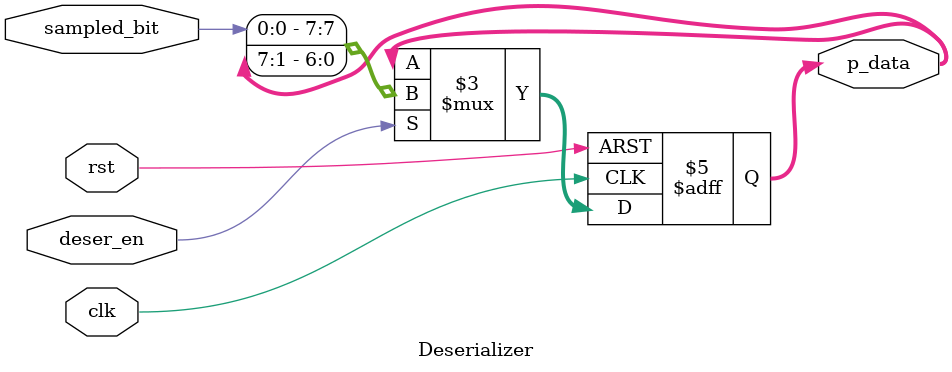
<source format=v>
module Deserializer # (parameter Data_Width = 8)
(
	input wire clk,
	input wire rst,
	input wire deser_en,
	input wire sampled_bit,
	output reg [Data_Width-1:0] p_data	
);

always @(posedge clk or negedge rst) begin
	if (~rst) begin
		p_data <= 'b0;
	end
	else if (deser_en) begin
        p_data <= {sampled_bit, p_data[Data_Width-1:1]};
    end
end

endmodule


</source>
